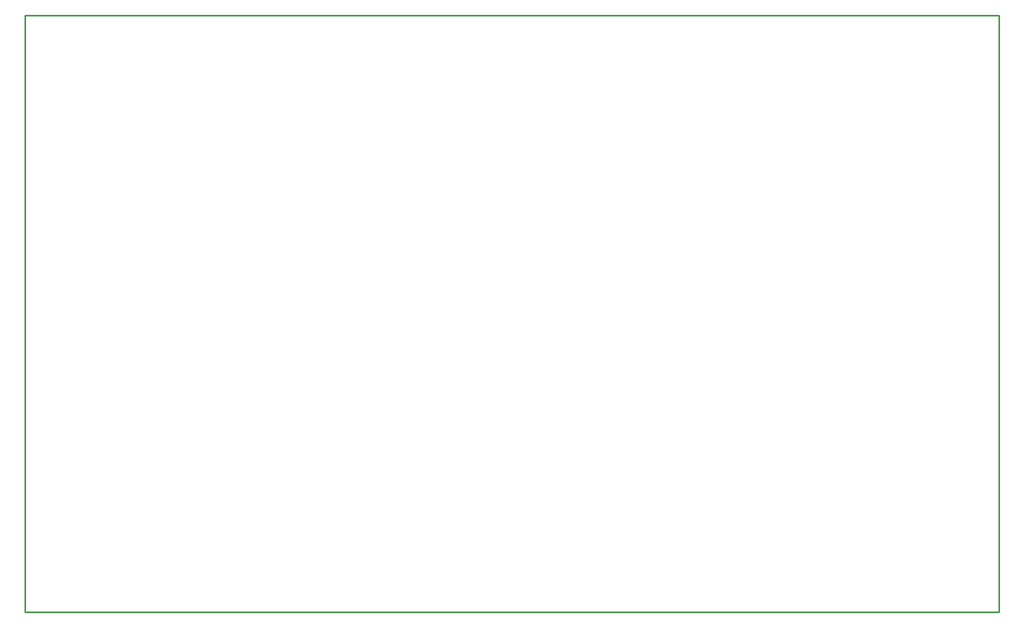
<source format=gbr>
%TF.GenerationSoftware,Altium Limited,Altium Designer,21.6.1 (37)*%
G04 Layer_Color=32768*
%FSLAX43Y43*%
%MOMM*%
%TF.SameCoordinates,A8206A2C-5CB0-4F6E-B559-DFDA062B5CA2*%
%TF.FilePolarity,Positive*%
%TF.FileFunction,Other,Board_Outline_(ES)*%
%TF.Part,Single*%
G01*
G75*
%TA.AperFunction,NonConductor*%
%ADD66C,0.254*%
D66*
X0Y0D02*
Y95000D01*
X155000D01*
Y0D02*
Y95000D01*
X0Y0D02*
X155000D01*
%TF.MD5,06af3f26c6a77190958e34209b80d453*%
M02*

</source>
